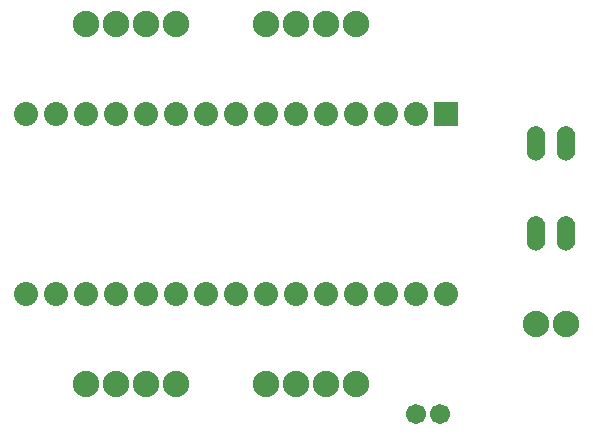
<source format=gts>
G04 MADE WITH FRITZING*
G04 WWW.FRITZING.ORG*
G04 DOUBLE SIDED*
G04 HOLES PLATED*
G04 CONTOUR ON CENTER OF CONTOUR VECTOR*
%ASAXBY*%
%FSLAX23Y23*%
%MOIN*%
%OFA0B0*%
%SFA1.0B1.0*%
%ADD10C,0.080000*%
%ADD11C,0.088000*%
%ADD12C,0.067000*%
%ADD13C,0.062000*%
%ADD14R,0.080000X0.079972*%
%ADD15R,0.001000X0.001000*%
%LNMASK1*%
G90*
G70*
G54D10*
X1605Y1103D03*
X1505Y1103D03*
X1405Y1103D03*
X1305Y1103D03*
X1205Y1103D03*
X1105Y1103D03*
X1005Y1103D03*
X905Y1103D03*
X805Y1103D03*
X705Y1103D03*
X605Y1103D03*
X505Y1103D03*
X405Y1103D03*
X305Y1103D03*
X205Y1103D03*
X1605Y503D03*
X1505Y503D03*
X1405Y503D03*
X1305Y503D03*
X1205Y503D03*
X1105Y503D03*
X1005Y503D03*
X905Y503D03*
X805Y503D03*
X705Y503D03*
X605Y503D03*
X505Y503D03*
X405Y503D03*
X305Y503D03*
X205Y503D03*
G54D11*
X705Y1403D03*
X605Y1403D03*
X505Y1403D03*
X405Y1403D03*
X1305Y1403D03*
X1205Y1403D03*
X1105Y1403D03*
X1005Y1403D03*
X1305Y203D03*
X1205Y203D03*
X1105Y203D03*
X1005Y203D03*
X705Y203D03*
X605Y203D03*
X505Y203D03*
X405Y203D03*
G54D12*
X1505Y103D03*
X1584Y103D03*
X1505Y103D03*
X1584Y103D03*
G54D11*
X1905Y403D03*
X2005Y403D03*
G54D13*
X1905Y703D03*
X2005Y703D03*
X2005Y1003D03*
X1905Y1003D03*
X1905Y703D03*
X2005Y703D03*
X2005Y1003D03*
X1905Y1003D03*
G54D14*
X1605Y1103D03*
G54D15*
X1899Y1060D02*
X1910Y1060D01*
X1999Y1060D02*
X2010Y1060D01*
X1895Y1059D02*
X1913Y1059D01*
X1995Y1059D02*
X2013Y1059D01*
X1892Y1058D02*
X1916Y1058D01*
X1992Y1058D02*
X2016Y1058D01*
X1890Y1057D02*
X1918Y1057D01*
X1990Y1057D02*
X2018Y1057D01*
X1889Y1056D02*
X1920Y1056D01*
X1989Y1056D02*
X2020Y1056D01*
X1887Y1055D02*
X1922Y1055D01*
X1987Y1055D02*
X2021Y1055D01*
X1886Y1054D02*
X1923Y1054D01*
X1986Y1054D02*
X2023Y1054D01*
X1884Y1053D02*
X1924Y1053D01*
X1984Y1053D02*
X2024Y1053D01*
X1883Y1052D02*
X1925Y1052D01*
X1983Y1052D02*
X2025Y1052D01*
X1882Y1051D02*
X1926Y1051D01*
X1982Y1051D02*
X2026Y1051D01*
X1881Y1050D02*
X1927Y1050D01*
X1981Y1050D02*
X2027Y1050D01*
X1881Y1049D02*
X1928Y1049D01*
X1981Y1049D02*
X2028Y1049D01*
X1880Y1048D02*
X1929Y1048D01*
X1980Y1048D02*
X2029Y1048D01*
X1879Y1047D02*
X1929Y1047D01*
X1979Y1047D02*
X2029Y1047D01*
X1878Y1046D02*
X1930Y1046D01*
X1978Y1046D02*
X2030Y1046D01*
X1878Y1045D02*
X1931Y1045D01*
X1978Y1045D02*
X2031Y1045D01*
X1877Y1044D02*
X1931Y1044D01*
X1977Y1044D02*
X2031Y1044D01*
X1877Y1043D02*
X1932Y1043D01*
X1977Y1043D02*
X2032Y1043D01*
X1876Y1042D02*
X1932Y1042D01*
X1976Y1042D02*
X2032Y1042D01*
X1876Y1041D02*
X1932Y1041D01*
X1976Y1041D02*
X2032Y1041D01*
X1876Y1040D02*
X1933Y1040D01*
X1976Y1040D02*
X2033Y1040D01*
X1875Y1039D02*
X1933Y1039D01*
X1975Y1039D02*
X2033Y1039D01*
X1875Y1038D02*
X1933Y1038D01*
X1975Y1038D02*
X2033Y1038D01*
X1875Y1037D02*
X1934Y1037D01*
X1975Y1037D02*
X2034Y1037D01*
X1874Y1036D02*
X1934Y1036D01*
X1974Y1036D02*
X2034Y1036D01*
X1874Y1035D02*
X1934Y1035D01*
X1974Y1035D02*
X2034Y1035D01*
X1874Y1034D02*
X1934Y1034D01*
X1974Y1034D02*
X2034Y1034D01*
X1874Y1033D02*
X1935Y1033D01*
X1974Y1033D02*
X2034Y1033D01*
X1874Y1032D02*
X1935Y1032D01*
X1974Y1032D02*
X2035Y1032D01*
X1874Y1031D02*
X1935Y1031D01*
X1974Y1031D02*
X2035Y1031D01*
X1874Y1030D02*
X1935Y1030D01*
X1974Y1030D02*
X2035Y1030D01*
X1874Y1029D02*
X1935Y1029D01*
X1974Y1029D02*
X2035Y1029D01*
X1874Y1028D02*
X1935Y1028D01*
X1974Y1028D02*
X2035Y1028D01*
X1874Y1027D02*
X1935Y1027D01*
X1974Y1027D02*
X2035Y1027D01*
X1874Y1026D02*
X1935Y1026D01*
X1974Y1026D02*
X2035Y1026D01*
X1874Y1025D02*
X1935Y1025D01*
X1974Y1025D02*
X2035Y1025D01*
X1874Y1024D02*
X1935Y1024D01*
X1974Y1024D02*
X2035Y1024D01*
X1874Y1023D02*
X1935Y1023D01*
X1974Y1023D02*
X2035Y1023D01*
X1874Y1022D02*
X1935Y1022D01*
X1974Y1022D02*
X2035Y1022D01*
X1874Y1021D02*
X1935Y1021D01*
X1974Y1021D02*
X2035Y1021D01*
X1874Y1020D02*
X1935Y1020D01*
X1974Y1020D02*
X2035Y1020D01*
X1874Y1019D02*
X1935Y1019D01*
X1974Y1019D02*
X2035Y1019D01*
X1874Y1018D02*
X1935Y1018D01*
X1974Y1018D02*
X2035Y1018D01*
X1874Y1017D02*
X1935Y1017D01*
X1974Y1017D02*
X2035Y1017D01*
X1874Y1016D02*
X1935Y1016D01*
X1974Y1016D02*
X2035Y1016D01*
X1874Y1015D02*
X1935Y1015D01*
X1974Y1015D02*
X2035Y1015D01*
X1874Y1014D02*
X1900Y1014D01*
X1909Y1014D02*
X1935Y1014D01*
X1974Y1014D02*
X2000Y1014D01*
X2009Y1014D02*
X2035Y1014D01*
X1874Y1013D02*
X1898Y1013D01*
X1911Y1013D02*
X1935Y1013D01*
X1974Y1013D02*
X1998Y1013D01*
X2011Y1013D02*
X2035Y1013D01*
X1874Y1012D02*
X1897Y1012D01*
X1912Y1012D02*
X1935Y1012D01*
X1974Y1012D02*
X1997Y1012D01*
X2012Y1012D02*
X2035Y1012D01*
X1874Y1011D02*
X1896Y1011D01*
X1913Y1011D02*
X1935Y1011D01*
X1974Y1011D02*
X1996Y1011D01*
X2013Y1011D02*
X2035Y1011D01*
X1874Y1010D02*
X1895Y1010D01*
X1914Y1010D02*
X1935Y1010D01*
X1974Y1010D02*
X1995Y1010D01*
X2014Y1010D02*
X2035Y1010D01*
X1874Y1009D02*
X1894Y1009D01*
X1914Y1009D02*
X1935Y1009D01*
X1974Y1009D02*
X1994Y1009D01*
X2014Y1009D02*
X2035Y1009D01*
X1874Y1008D02*
X1894Y1008D01*
X1915Y1008D02*
X1935Y1008D01*
X1974Y1008D02*
X1994Y1008D01*
X2015Y1008D02*
X2035Y1008D01*
X1874Y1007D02*
X1893Y1007D01*
X1915Y1007D02*
X1935Y1007D01*
X1974Y1007D02*
X1993Y1007D01*
X2015Y1007D02*
X2035Y1007D01*
X1874Y1006D02*
X1893Y1006D01*
X1916Y1006D02*
X1935Y1006D01*
X1974Y1006D02*
X1993Y1006D01*
X2015Y1006D02*
X2035Y1006D01*
X1874Y1005D02*
X1893Y1005D01*
X1916Y1005D02*
X1935Y1005D01*
X1974Y1005D02*
X1993Y1005D01*
X2016Y1005D02*
X2035Y1005D01*
X1874Y1004D02*
X1893Y1004D01*
X1916Y1004D02*
X1935Y1004D01*
X1974Y1004D02*
X1993Y1004D01*
X2016Y1004D02*
X2035Y1004D01*
X1874Y1003D02*
X1893Y1003D01*
X1916Y1003D02*
X1935Y1003D01*
X1974Y1003D02*
X1993Y1003D01*
X2016Y1003D02*
X2035Y1003D01*
X1874Y1002D02*
X1893Y1002D01*
X1916Y1002D02*
X1935Y1002D01*
X1974Y1002D02*
X1993Y1002D01*
X2016Y1002D02*
X2035Y1002D01*
X1874Y1001D02*
X1893Y1001D01*
X1915Y1001D02*
X1935Y1001D01*
X1974Y1001D02*
X1993Y1001D01*
X2015Y1001D02*
X2035Y1001D01*
X1874Y1000D02*
X1893Y1000D01*
X1915Y1000D02*
X1935Y1000D01*
X1974Y1000D02*
X1993Y1000D01*
X2015Y1000D02*
X2035Y1000D01*
X1874Y999D02*
X1894Y999D01*
X1915Y999D02*
X1935Y999D01*
X1974Y999D02*
X1994Y999D01*
X2015Y999D02*
X2035Y999D01*
X1874Y998D02*
X1894Y998D01*
X1914Y998D02*
X1935Y998D01*
X1974Y998D02*
X1994Y998D01*
X2014Y998D02*
X2035Y998D01*
X1874Y997D02*
X1895Y997D01*
X1913Y997D02*
X1935Y997D01*
X1974Y997D02*
X1995Y997D01*
X2013Y997D02*
X2035Y997D01*
X1874Y996D02*
X1896Y996D01*
X1913Y996D02*
X1935Y996D01*
X1974Y996D02*
X1996Y996D01*
X2013Y996D02*
X2035Y996D01*
X1874Y995D02*
X1897Y995D01*
X1911Y995D02*
X1935Y995D01*
X1974Y995D02*
X1997Y995D01*
X2011Y995D02*
X2035Y995D01*
X1874Y994D02*
X1898Y994D01*
X1910Y994D02*
X1935Y994D01*
X1974Y994D02*
X1998Y994D01*
X2010Y994D02*
X2035Y994D01*
X1874Y993D02*
X1901Y993D01*
X1908Y993D02*
X1935Y993D01*
X1974Y993D02*
X2001Y993D01*
X2007Y993D02*
X2035Y993D01*
X1874Y992D02*
X1935Y992D01*
X1974Y992D02*
X2035Y992D01*
X1874Y991D02*
X1935Y991D01*
X1974Y991D02*
X2035Y991D01*
X1874Y990D02*
X1935Y990D01*
X1974Y990D02*
X2035Y990D01*
X1874Y989D02*
X1935Y989D01*
X1974Y989D02*
X2035Y989D01*
X1874Y988D02*
X1935Y988D01*
X1974Y988D02*
X2035Y988D01*
X1874Y987D02*
X1935Y987D01*
X1974Y987D02*
X2035Y987D01*
X1874Y986D02*
X1935Y986D01*
X1974Y986D02*
X2035Y986D01*
X1874Y985D02*
X1935Y985D01*
X1974Y985D02*
X2035Y985D01*
X1874Y984D02*
X1935Y984D01*
X1974Y984D02*
X2035Y984D01*
X1874Y983D02*
X1935Y983D01*
X1974Y983D02*
X2035Y983D01*
X1874Y982D02*
X1935Y982D01*
X1974Y982D02*
X2035Y982D01*
X1874Y981D02*
X1935Y981D01*
X1974Y981D02*
X2035Y981D01*
X1874Y980D02*
X1935Y980D01*
X1974Y980D02*
X2035Y980D01*
X1874Y979D02*
X1935Y979D01*
X1974Y979D02*
X2035Y979D01*
X1874Y978D02*
X1935Y978D01*
X1974Y978D02*
X2035Y978D01*
X1874Y977D02*
X1935Y977D01*
X1974Y977D02*
X2035Y977D01*
X1874Y976D02*
X1935Y976D01*
X1974Y976D02*
X2035Y976D01*
X1874Y975D02*
X1935Y975D01*
X1974Y975D02*
X2035Y975D01*
X1874Y974D02*
X1934Y974D01*
X1974Y974D02*
X2034Y974D01*
X1874Y973D02*
X1934Y973D01*
X1974Y973D02*
X2034Y973D01*
X1874Y972D02*
X1934Y972D01*
X1974Y972D02*
X2034Y972D01*
X1875Y971D02*
X1934Y971D01*
X1975Y971D02*
X2034Y971D01*
X1875Y970D02*
X1934Y970D01*
X1975Y970D02*
X2034Y970D01*
X1875Y969D02*
X1933Y969D01*
X1975Y969D02*
X2033Y969D01*
X1875Y968D02*
X1933Y968D01*
X1975Y968D02*
X2033Y968D01*
X1876Y967D02*
X1933Y967D01*
X1976Y967D02*
X2033Y967D01*
X1876Y966D02*
X1932Y966D01*
X1976Y966D02*
X2032Y966D01*
X1877Y965D02*
X1932Y965D01*
X1977Y965D02*
X2032Y965D01*
X1877Y964D02*
X1931Y964D01*
X1977Y964D02*
X2031Y964D01*
X1878Y963D02*
X1931Y963D01*
X1978Y963D02*
X2031Y963D01*
X1878Y962D02*
X1930Y962D01*
X1978Y962D02*
X2030Y962D01*
X1879Y961D02*
X1930Y961D01*
X1979Y961D02*
X2030Y961D01*
X1879Y960D02*
X1929Y960D01*
X1979Y960D02*
X2029Y960D01*
X1880Y959D02*
X1928Y959D01*
X1980Y959D02*
X2028Y959D01*
X1881Y958D02*
X1928Y958D01*
X1981Y958D02*
X2028Y958D01*
X1882Y957D02*
X1927Y957D01*
X1982Y957D02*
X2027Y957D01*
X1883Y956D02*
X1926Y956D01*
X1983Y956D02*
X2026Y956D01*
X1884Y955D02*
X1925Y955D01*
X1984Y955D02*
X2025Y955D01*
X1885Y954D02*
X1924Y954D01*
X1985Y954D02*
X2024Y954D01*
X1886Y953D02*
X1922Y953D01*
X1986Y953D02*
X2022Y953D01*
X1887Y952D02*
X1921Y952D01*
X1987Y952D02*
X2021Y952D01*
X1889Y951D02*
X1919Y951D01*
X1989Y951D02*
X2019Y951D01*
X1891Y950D02*
X1917Y950D01*
X1991Y950D02*
X2017Y950D01*
X1893Y949D02*
X1915Y949D01*
X1993Y949D02*
X2015Y949D01*
X1896Y948D02*
X1912Y948D01*
X1996Y948D02*
X2012Y948D01*
X1901Y947D02*
X1908Y947D01*
X2001Y947D02*
X2008Y947D01*
X1899Y760D02*
X1910Y760D01*
X1999Y760D02*
X2010Y760D01*
X1895Y759D02*
X1913Y759D01*
X1995Y759D02*
X2013Y759D01*
X1892Y758D02*
X1916Y758D01*
X1992Y758D02*
X2016Y758D01*
X1890Y757D02*
X1918Y757D01*
X1990Y757D02*
X2018Y757D01*
X1889Y756D02*
X1920Y756D01*
X1989Y756D02*
X2020Y756D01*
X1887Y755D02*
X1922Y755D01*
X1987Y755D02*
X2021Y755D01*
X1886Y754D02*
X1923Y754D01*
X1986Y754D02*
X2023Y754D01*
X1884Y753D02*
X1924Y753D01*
X1984Y753D02*
X2024Y753D01*
X1883Y752D02*
X1925Y752D01*
X1983Y752D02*
X2025Y752D01*
X1882Y751D02*
X1926Y751D01*
X1982Y751D02*
X2026Y751D01*
X1881Y750D02*
X1927Y750D01*
X1981Y750D02*
X2027Y750D01*
X1881Y749D02*
X1928Y749D01*
X1981Y749D02*
X2028Y749D01*
X1880Y748D02*
X1929Y748D01*
X1980Y748D02*
X2029Y748D01*
X1879Y747D02*
X1929Y747D01*
X1979Y747D02*
X2029Y747D01*
X1878Y746D02*
X1930Y746D01*
X1978Y746D02*
X2030Y746D01*
X1878Y745D02*
X1931Y745D01*
X1978Y745D02*
X2031Y745D01*
X1877Y744D02*
X1931Y744D01*
X1977Y744D02*
X2031Y744D01*
X1877Y743D02*
X1932Y743D01*
X1977Y743D02*
X2032Y743D01*
X1876Y742D02*
X1932Y742D01*
X1976Y742D02*
X2032Y742D01*
X1876Y741D02*
X1932Y741D01*
X1976Y741D02*
X2032Y741D01*
X1876Y740D02*
X1933Y740D01*
X1976Y740D02*
X2033Y740D01*
X1875Y739D02*
X1933Y739D01*
X1975Y739D02*
X2033Y739D01*
X1875Y738D02*
X1933Y738D01*
X1975Y738D02*
X2033Y738D01*
X1875Y737D02*
X1934Y737D01*
X1975Y737D02*
X2034Y737D01*
X1874Y736D02*
X1934Y736D01*
X1974Y736D02*
X2034Y736D01*
X1874Y735D02*
X1934Y735D01*
X1974Y735D02*
X2034Y735D01*
X1874Y734D02*
X1934Y734D01*
X1974Y734D02*
X2034Y734D01*
X1874Y733D02*
X1935Y733D01*
X1974Y733D02*
X2034Y733D01*
X1874Y732D02*
X1935Y732D01*
X1974Y732D02*
X2035Y732D01*
X1874Y731D02*
X1935Y731D01*
X1974Y731D02*
X2035Y731D01*
X1874Y730D02*
X1935Y730D01*
X1974Y730D02*
X2035Y730D01*
X1874Y729D02*
X1935Y729D01*
X1974Y729D02*
X2035Y729D01*
X1874Y728D02*
X1935Y728D01*
X1974Y728D02*
X2035Y728D01*
X1874Y727D02*
X1935Y727D01*
X1974Y727D02*
X2035Y727D01*
X1874Y726D02*
X1935Y726D01*
X1974Y726D02*
X2035Y726D01*
X1874Y725D02*
X1935Y725D01*
X1974Y725D02*
X2035Y725D01*
X1874Y724D02*
X1935Y724D01*
X1974Y724D02*
X2035Y724D01*
X1874Y723D02*
X1935Y723D01*
X1974Y723D02*
X2035Y723D01*
X1874Y722D02*
X1935Y722D01*
X1974Y722D02*
X2035Y722D01*
X1874Y721D02*
X1935Y721D01*
X1974Y721D02*
X2035Y721D01*
X1874Y720D02*
X1935Y720D01*
X1974Y720D02*
X2035Y720D01*
X1874Y719D02*
X1935Y719D01*
X1974Y719D02*
X2035Y719D01*
X1874Y718D02*
X1935Y718D01*
X1974Y718D02*
X2035Y718D01*
X1874Y717D02*
X1935Y717D01*
X1974Y717D02*
X2035Y717D01*
X1874Y716D02*
X1935Y716D01*
X1974Y716D02*
X2035Y716D01*
X1874Y715D02*
X1935Y715D01*
X1974Y715D02*
X2035Y715D01*
X1874Y714D02*
X1900Y714D01*
X1909Y714D02*
X1935Y714D01*
X1974Y714D02*
X2000Y714D01*
X2009Y714D02*
X2035Y714D01*
X1874Y713D02*
X1898Y713D01*
X1911Y713D02*
X1935Y713D01*
X1974Y713D02*
X1998Y713D01*
X2011Y713D02*
X2035Y713D01*
X1874Y712D02*
X1897Y712D01*
X1912Y712D02*
X1935Y712D01*
X1974Y712D02*
X1997Y712D01*
X2012Y712D02*
X2035Y712D01*
X1874Y711D02*
X1896Y711D01*
X1913Y711D02*
X1935Y711D01*
X1974Y711D02*
X1996Y711D01*
X2013Y711D02*
X2035Y711D01*
X1874Y710D02*
X1895Y710D01*
X1914Y710D02*
X1935Y710D01*
X1974Y710D02*
X1995Y710D01*
X2014Y710D02*
X2035Y710D01*
X1874Y709D02*
X1894Y709D01*
X1914Y709D02*
X1935Y709D01*
X1974Y709D02*
X1994Y709D01*
X2014Y709D02*
X2035Y709D01*
X1874Y708D02*
X1894Y708D01*
X1915Y708D02*
X1935Y708D01*
X1974Y708D02*
X1994Y708D01*
X2015Y708D02*
X2035Y708D01*
X1874Y707D02*
X1893Y707D01*
X1915Y707D02*
X1935Y707D01*
X1974Y707D02*
X1993Y707D01*
X2015Y707D02*
X2035Y707D01*
X1874Y706D02*
X1893Y706D01*
X1916Y706D02*
X1935Y706D01*
X1974Y706D02*
X1993Y706D01*
X2015Y706D02*
X2035Y706D01*
X1874Y705D02*
X1893Y705D01*
X1916Y705D02*
X1935Y705D01*
X1974Y705D02*
X1993Y705D01*
X2016Y705D02*
X2035Y705D01*
X1874Y704D02*
X1893Y704D01*
X1916Y704D02*
X1935Y704D01*
X1974Y704D02*
X1993Y704D01*
X2016Y704D02*
X2035Y704D01*
X1874Y703D02*
X1893Y703D01*
X1916Y703D02*
X1935Y703D01*
X1974Y703D02*
X1993Y703D01*
X2016Y703D02*
X2035Y703D01*
X1874Y702D02*
X1893Y702D01*
X1916Y702D02*
X1935Y702D01*
X1974Y702D02*
X1993Y702D01*
X2016Y702D02*
X2035Y702D01*
X1874Y701D02*
X1893Y701D01*
X1915Y701D02*
X1935Y701D01*
X1974Y701D02*
X1993Y701D01*
X2015Y701D02*
X2035Y701D01*
X1874Y700D02*
X1893Y700D01*
X1915Y700D02*
X1935Y700D01*
X1974Y700D02*
X1993Y700D01*
X2015Y700D02*
X2035Y700D01*
X1874Y699D02*
X1894Y699D01*
X1915Y699D02*
X1935Y699D01*
X1974Y699D02*
X1994Y699D01*
X2015Y699D02*
X2035Y699D01*
X1874Y698D02*
X1894Y698D01*
X1914Y698D02*
X1935Y698D01*
X1974Y698D02*
X1994Y698D01*
X2014Y698D02*
X2035Y698D01*
X1874Y697D02*
X1895Y697D01*
X1913Y697D02*
X1935Y697D01*
X1974Y697D02*
X1995Y697D01*
X2013Y697D02*
X2035Y697D01*
X1874Y696D02*
X1896Y696D01*
X1913Y696D02*
X1935Y696D01*
X1974Y696D02*
X1996Y696D01*
X2013Y696D02*
X2035Y696D01*
X1874Y695D02*
X1897Y695D01*
X1911Y695D02*
X1935Y695D01*
X1974Y695D02*
X1997Y695D01*
X2011Y695D02*
X2035Y695D01*
X1874Y694D02*
X1898Y694D01*
X1910Y694D02*
X1935Y694D01*
X1974Y694D02*
X1998Y694D01*
X2010Y694D02*
X2035Y694D01*
X1874Y693D02*
X1901Y693D01*
X1908Y693D02*
X1935Y693D01*
X1974Y693D02*
X2001Y693D01*
X2007Y693D02*
X2035Y693D01*
X1874Y692D02*
X1935Y692D01*
X1974Y692D02*
X2035Y692D01*
X1874Y691D02*
X1935Y691D01*
X1974Y691D02*
X2035Y691D01*
X1874Y690D02*
X1935Y690D01*
X1974Y690D02*
X2035Y690D01*
X1874Y689D02*
X1935Y689D01*
X1974Y689D02*
X2035Y689D01*
X1874Y688D02*
X1935Y688D01*
X1974Y688D02*
X2035Y688D01*
X1874Y687D02*
X1935Y687D01*
X1974Y687D02*
X2035Y687D01*
X1874Y686D02*
X1935Y686D01*
X1974Y686D02*
X2035Y686D01*
X1874Y685D02*
X1935Y685D01*
X1974Y685D02*
X2035Y685D01*
X1874Y684D02*
X1935Y684D01*
X1974Y684D02*
X2035Y684D01*
X1874Y683D02*
X1935Y683D01*
X1974Y683D02*
X2035Y683D01*
X1874Y682D02*
X1935Y682D01*
X1974Y682D02*
X2035Y682D01*
X1874Y681D02*
X1935Y681D01*
X1974Y681D02*
X2035Y681D01*
X1874Y680D02*
X1935Y680D01*
X1974Y680D02*
X2035Y680D01*
X1874Y679D02*
X1935Y679D01*
X1974Y679D02*
X2035Y679D01*
X1874Y678D02*
X1935Y678D01*
X1974Y678D02*
X2035Y678D01*
X1874Y677D02*
X1935Y677D01*
X1974Y677D02*
X2035Y677D01*
X1874Y676D02*
X1935Y676D01*
X1974Y676D02*
X2035Y676D01*
X1874Y675D02*
X1935Y675D01*
X1974Y675D02*
X2035Y675D01*
X1874Y674D02*
X1934Y674D01*
X1974Y674D02*
X2034Y674D01*
X1874Y673D02*
X1934Y673D01*
X1974Y673D02*
X2034Y673D01*
X1874Y672D02*
X1934Y672D01*
X1974Y672D02*
X2034Y672D01*
X1875Y671D02*
X1934Y671D01*
X1975Y671D02*
X2034Y671D01*
X1875Y670D02*
X1934Y670D01*
X1975Y670D02*
X2034Y670D01*
X1875Y669D02*
X1933Y669D01*
X1975Y669D02*
X2033Y669D01*
X1875Y668D02*
X1933Y668D01*
X1975Y668D02*
X2033Y668D01*
X1876Y667D02*
X1933Y667D01*
X1976Y667D02*
X2033Y667D01*
X1876Y666D02*
X1932Y666D01*
X1976Y666D02*
X2032Y666D01*
X1877Y665D02*
X1932Y665D01*
X1977Y665D02*
X2032Y665D01*
X1877Y664D02*
X1931Y664D01*
X1977Y664D02*
X2031Y664D01*
X1878Y663D02*
X1931Y663D01*
X1978Y663D02*
X2031Y663D01*
X1878Y662D02*
X1930Y662D01*
X1978Y662D02*
X2030Y662D01*
X1879Y661D02*
X1930Y661D01*
X1979Y661D02*
X2030Y661D01*
X1879Y660D02*
X1929Y660D01*
X1979Y660D02*
X2029Y660D01*
X1880Y659D02*
X1928Y659D01*
X1980Y659D02*
X2028Y659D01*
X1881Y658D02*
X1928Y658D01*
X1981Y658D02*
X2028Y658D01*
X1882Y657D02*
X1927Y657D01*
X1982Y657D02*
X2027Y657D01*
X1883Y656D02*
X1926Y656D01*
X1983Y656D02*
X2026Y656D01*
X1884Y655D02*
X1925Y655D01*
X1984Y655D02*
X2025Y655D01*
X1885Y654D02*
X1924Y654D01*
X1985Y654D02*
X2024Y654D01*
X1886Y653D02*
X1922Y653D01*
X1986Y653D02*
X2022Y653D01*
X1887Y652D02*
X1921Y652D01*
X1987Y652D02*
X2021Y652D01*
X1889Y651D02*
X1919Y651D01*
X1989Y651D02*
X2019Y651D01*
X1891Y650D02*
X1917Y650D01*
X1991Y650D02*
X2017Y650D01*
X1893Y649D02*
X1915Y649D01*
X1993Y649D02*
X2015Y649D01*
X1896Y648D02*
X1912Y648D01*
X1996Y648D02*
X2012Y648D01*
X1901Y647D02*
X1908Y647D01*
X2001Y647D02*
X2008Y647D01*
D02*
G04 End of Mask1*
M02*
</source>
